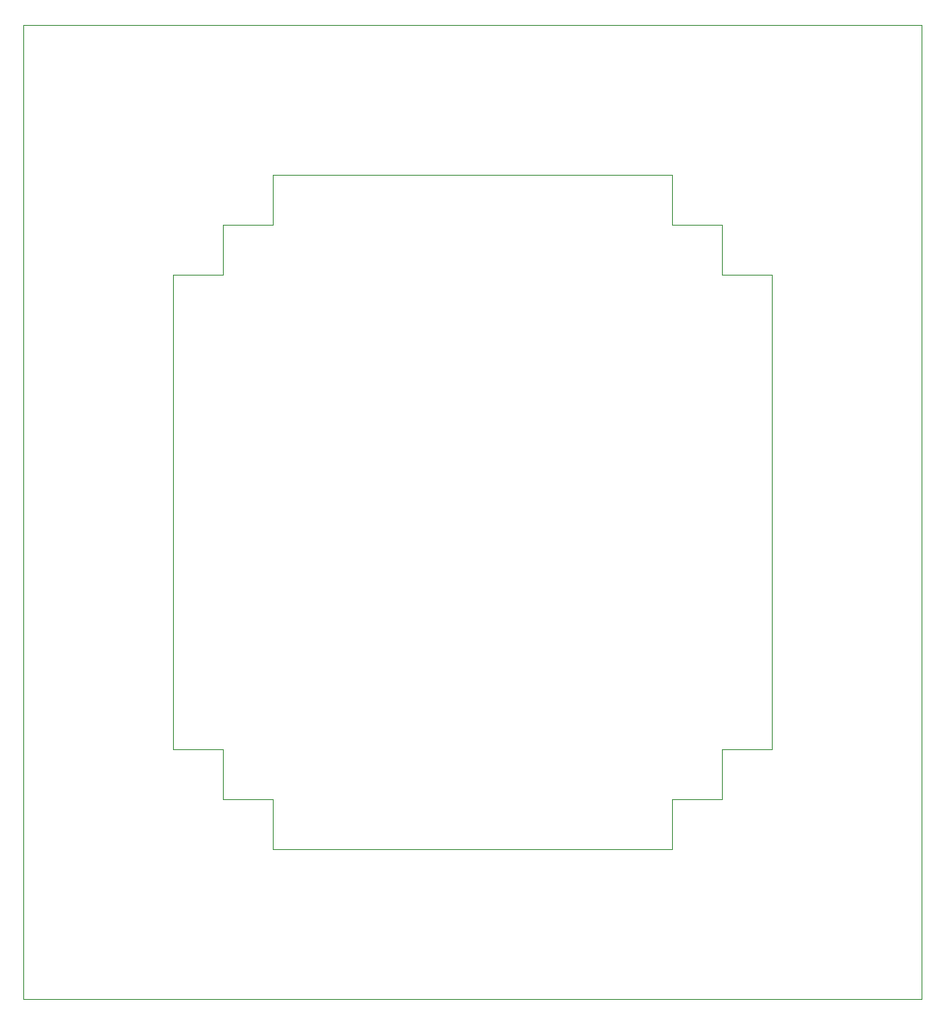
<source format=gbr>
%TF.GenerationSoftware,KiCad,Pcbnew,9.0.0-9.0.0-2~ubuntu24.04.1*%
%TF.CreationDate,2025-03-20T03:38:20-04:00*%
%TF.ProjectId,LVDS_RasPi_Hat,4c564453-5f52-4617-9350-695f4861742e,2*%
%TF.SameCoordinates,Original*%
%TF.FileFunction,Other,User*%
%FSLAX46Y46*%
G04 Gerber Fmt 4.6, Leading zero omitted, Abs format (unit mm)*
G04 Created by KiCad (PCBNEW 9.0.0-9.0.0-2~ubuntu24.04.1) date 2025-03-20 03:38:20*
%MOMM*%
%LPD*%
G01*
G04 APERTURE LIST*
%ADD10C,0.100000*%
G04 APERTURE END LIST*
D10*
X109220000Y-63500000D02*
X114300000Y-63500000D01*
X114300000Y-68580000D01*
X119380000Y-68580000D01*
X119380000Y-116840000D01*
X114300000Y-116840000D01*
X114300000Y-121920000D01*
X109220000Y-121920000D01*
X109220000Y-127000000D01*
X68580000Y-127000000D01*
X68580000Y-121920000D01*
X63500000Y-121920000D01*
X63500000Y-116840000D01*
X58420000Y-116840000D01*
X58420000Y-68580000D01*
X63500000Y-68580000D01*
X63500000Y-63500000D01*
X68580000Y-63500000D01*
X68580000Y-58420000D01*
X109220000Y-58420000D01*
X109220000Y-63500000D01*
X43180000Y-43180000D02*
X134620000Y-43180000D01*
X134620000Y-142240000D01*
X43180000Y-142240000D01*
X43180000Y-43180000D01*
M02*

</source>
